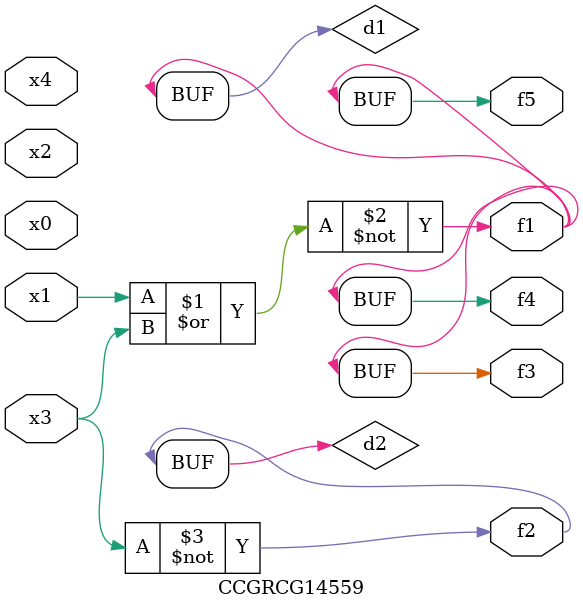
<source format=v>
module CCGRCG14559(
	input x0, x1, x2, x3, x4,
	output f1, f2, f3, f4, f5
);

	wire d1, d2;

	nor (d1, x1, x3);
	not (d2, x3);
	assign f1 = d1;
	assign f2 = d2;
	assign f3 = d1;
	assign f4 = d1;
	assign f5 = d1;
endmodule

</source>
